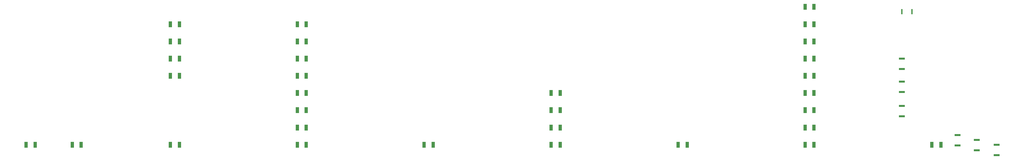
<source format=gbr>
%TF.GenerationSoftware,KiCad,Pcbnew,(5.1.10)-1*%
%TF.CreationDate,2021-07-25T13:07:42+09:00*%
%TF.ProjectId,MHGC,4d484743-2e6b-4696-9361-645f70636258,rev?*%
%TF.SameCoordinates,Original*%
%TF.FileFunction,Paste,Top*%
%TF.FilePolarity,Positive*%
%FSLAX46Y46*%
G04 Gerber Fmt 4.6, Leading zero omitted, Abs format (unit mm)*
G04 Created by KiCad (PCBNEW (5.1.10)-1) date 2021-07-25 13:07:42*
%MOMM*%
%LPD*%
G01*
G04 APERTURE LIST*
%ADD10R,0.400000X1.350000*%
%ADD11R,0.850000X1.600000*%
%ADD12R,1.600000X0.500000*%
G04 APERTURE END LIST*
D10*
%TO.C,J2*%
X240000000Y-5700000D03*
X242600000Y-5700000D03*
%TD*%
D11*
%TO.C,D14*%
X148825000Y-31500000D03*
X151175000Y-31500000D03*
%TD*%
%TO.C,D11*%
X181825000Y-40500000D03*
X184175000Y-40500000D03*
%TD*%
%TO.C,D1*%
X217175000Y-40500000D03*
X214825000Y-40500000D03*
%TD*%
%TO.C,D2*%
X214825000Y-36000000D03*
X217175000Y-36000000D03*
%TD*%
%TO.C,D3*%
X217175000Y-31500000D03*
X214825000Y-31500000D03*
%TD*%
%TO.C,D4*%
X214825000Y-27000000D03*
X217175000Y-27000000D03*
%TD*%
%TO.C,D5*%
X217175000Y-22500000D03*
X214825000Y-22500000D03*
%TD*%
%TO.C,D6*%
X214825000Y-18000000D03*
X217175000Y-18000000D03*
%TD*%
%TO.C,D7*%
X217175000Y-13500000D03*
X214825000Y-13500000D03*
%TD*%
%TO.C,D8*%
X214825000Y-9000000D03*
X217175000Y-9000000D03*
%TD*%
%TO.C,D9*%
X217175000Y-4500000D03*
X214825000Y-4500000D03*
%TD*%
%TO.C,D10*%
X250175000Y-40500000D03*
X247825000Y-40500000D03*
%TD*%
%TO.C,D12*%
X148825000Y-40500000D03*
X151175000Y-40500000D03*
%TD*%
%TO.C,D13*%
X151175000Y-36000000D03*
X148825000Y-36000000D03*
%TD*%
%TO.C,D15*%
X151175000Y-27000000D03*
X148825000Y-27000000D03*
%TD*%
%TO.C,D16*%
X82825000Y-40500000D03*
X85175000Y-40500000D03*
%TD*%
%TO.C,D17*%
X85175000Y-36000000D03*
X82825000Y-36000000D03*
%TD*%
%TO.C,D18*%
X82825000Y-31500000D03*
X85175000Y-31500000D03*
%TD*%
%TO.C,D19*%
X85175000Y-27000000D03*
X82825000Y-27000000D03*
%TD*%
%TO.C,D20*%
X82825000Y-22500000D03*
X85175000Y-22500000D03*
%TD*%
%TO.C,D21*%
X85175000Y-18000000D03*
X82825000Y-18000000D03*
%TD*%
%TO.C,D22*%
X82825000Y-13500000D03*
X85175000Y-13500000D03*
%TD*%
%TO.C,D23*%
X85175000Y-9000000D03*
X82825000Y-9000000D03*
%TD*%
%TO.C,D24*%
X49825000Y-22500000D03*
X52175000Y-22500000D03*
%TD*%
%TO.C,D25*%
X49825000Y-9000000D03*
X52175000Y-9000000D03*
%TD*%
%TO.C,D26*%
X52175000Y-13500000D03*
X49825000Y-13500000D03*
%TD*%
%TO.C,D27*%
X49825000Y-18000000D03*
X52175000Y-18000000D03*
%TD*%
%TO.C,D28*%
X12325000Y-40500000D03*
X14675000Y-40500000D03*
%TD*%
%TO.C,D29*%
X26675000Y-40500000D03*
X24325000Y-40500000D03*
%TD*%
%TO.C,D30*%
X52175000Y-40500000D03*
X49825000Y-40500000D03*
%TD*%
%TO.C,D31*%
X115825000Y-40500000D03*
X118175000Y-40500000D03*
%TD*%
D12*
%TO.C,R1*%
X240030000Y-20700000D03*
X240030000Y-18000000D03*
%TD*%
%TO.C,R2*%
X240030000Y-26750000D03*
X240030000Y-24050000D03*
%TD*%
%TO.C,R3*%
X240030000Y-33100000D03*
X240030000Y-30400000D03*
%TD*%
%TO.C,R4*%
X254500000Y-40720000D03*
X254500000Y-38020000D03*
%TD*%
%TO.C,R5*%
X264620000Y-43260000D03*
X264620000Y-40560000D03*
%TD*%
%TO.C,R6*%
X259500000Y-41990000D03*
X259500000Y-39290000D03*
%TD*%
M02*

</source>
